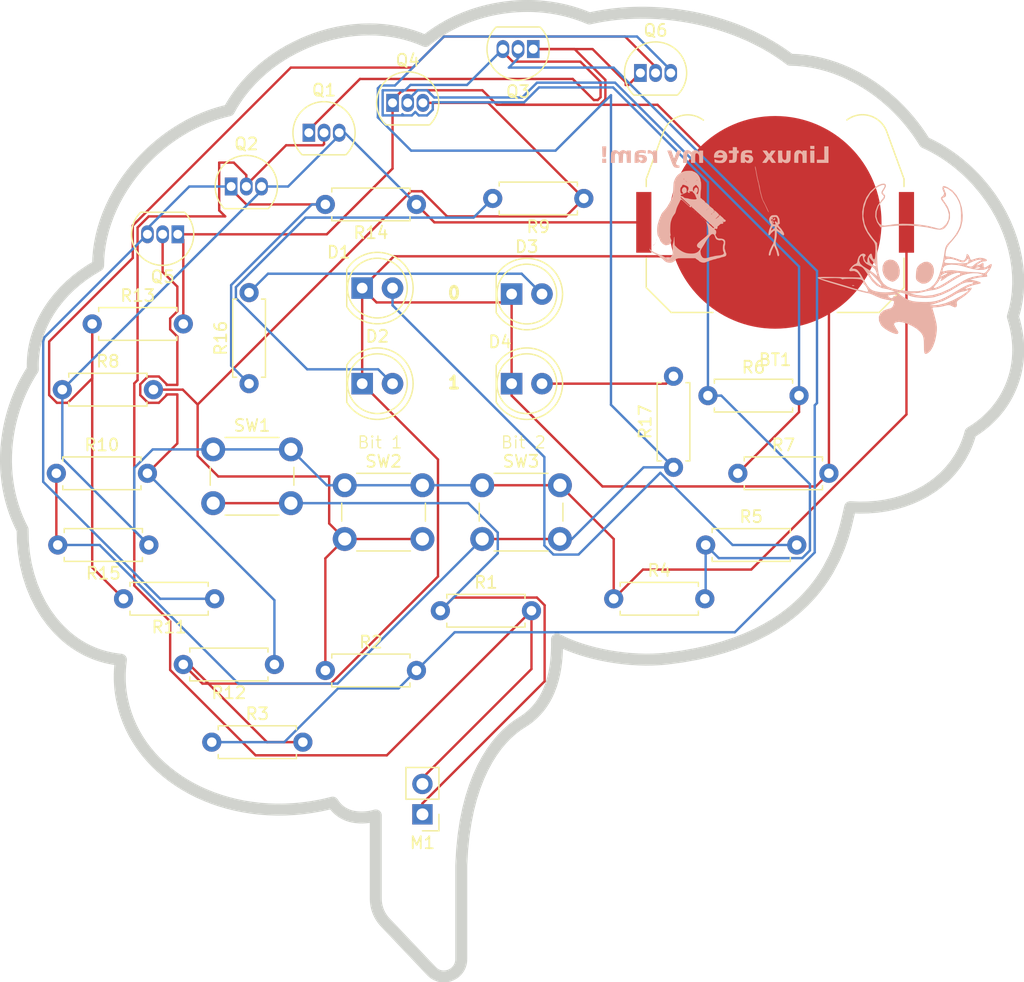
<source format=kicad_pcb>
(kicad_pcb (version 20241229) (generator "pcbnew") (generator_version "9.0")
  (title_block (title "2 Bit Memory") (date "2025-05-26") (comment 1 "Took way too long to wire"))
  (layers (0 "F.Cu" signal) (2 "B.Cu" signal) (13 "F.Paste" user) (15 "B.Paste" user) (5 "F.SilkS" user "F.Silkscreen") (7 "B.SilkS" user "B.Silkscreen") (1 "F.Mask" user) (3 "B.Mask" user) (25 "Edge.Cuts" user))
  (net 0 "")
  (net 1 "GND")
  (net 2 "VCC")
  (net 3 "Net-(D1-A)")
  (net 4 "Net-(D2-A)")
  (net 5 "Net-(D3-A)")
  (net 6 "Net-(D4-A)")
  (net 7 "Net-(M1-+)")
  (net 8 "Net-(M1--)")
  (net 9 "NOR-reset1")
  (net 10 "NOR-reset2")
  (net 11 "Net-(Q3-B)")
  (net 12 "sr1nor1")
  (net 13 "Net-(Q4-B)")
  (net 14 "Net-(Q5-B)")
  (net 15 "sr2nor1")
  (net 16 "Net-(Q6-B)")
  (footprint "Package_TO_SOT_THT:TO-92_Inline" (layer "F.Cu") (at 132.5 63.5)
    (property "Reference" "Q4")
    (property "Value" "2N3904")
  )
  (footprint "Package_TO_SOT_THT:TO-92_Inline" (layer "F.Cu") (at 125.5 66)
    (property "Reference" "Q1")
    (property "Value" "2N3904")
  )
  (footprint "Resistor_THT:R_Axial_DIN0207_L6.3mm_D2.5mm_P7.62mm_Horizontal" (layer "F.Cu") (at 104.88 87.5)
    (property "Reference" "R8")
    (property "Value" "R")
  )
  (footprint "Button_Switch_THT:SW_PUSH_6mm" (layer "F.Cu") (at 117.5 92.5)
    (property "Reference" "SW1")
    (property "Value" "SW_Push")
  )
  (footprint "Resistor_THT:R_Axial_DIN0207_L6.3mm_D2.5mm_P7.62mm_Horizontal" (layer "F.Cu") (at 104.38 94.5)
    (property "Reference" "R10")
    (property "Value" "R")
  )
  (footprint "Connector_PinHeader_2.54mm:PinHeader_1x02_P2.54mm_Vertical" (layer "F.Cu") (at 135 123.04 180)
    (property "Reference" "M1")
    (property "Value" "Motor_DC")
  )
  (footprint "Package_TO_SOT_THT:TO-92_Inline" (layer "F.Cu") (at 114.54 74.5 180)
    (property "Reference" "Q5")
    (property "Value" "2N3904")
  )
  (footprint "LED_THT:LED_D5.0mm" (layer "F.Cu") (at 142.46 79.5)
    (property "Reference" "D3")
    (property "Value" "LED")
  )
  (footprint "Package_TO_SOT_THT:TO-92_Inline" (layer "F.Cu") (at 153.23 61)
    (property "Reference" "Q6")
    (property "Value" "2N3904")
  )
  (footprint "LED_THT:LED_D5.0mm" (layer "F.Cu") (at 142.46 87)
    (property "Reference" "D4")
    (property "Value" "LED")
  )
  (footprint "Resistor_THT:R_Axial_DIN0207_L6.3mm_D2.5mm_P7.62mm_Horizontal" (layer "F.Cu") (at 120.5 87 90)
    (property "Reference" "R16")
    (property "Value" "R")
  )
  (footprint "Resistor_THT:R_Axial_DIN0207_L6.3mm_D2.5mm_P7.62mm_Horizontal" (layer "F.Cu") (at 122.62 110.5 180)
    (property "Reference" "R12")
    (property "Value" "R")
  )
  (footprint "Resistor_THT:R_Axial_DIN0207_L6.3mm_D2.5mm_P7.62mm_Horizontal" (layer "F.Cu") (at 148.5 71.5 180)
    (property "Reference" "R9")
    (property "Value" "R")
  )
  (footprint "Resistor_THT:R_Axial_DIN0207_L6.3mm_D2.5mm_P7.62mm_Horizontal" (layer "F.Cu") (at 107.38 82)
    (property "Reference" "R13")
    (property "Value" "R")
  )
  (footprint "Button_Switch_THT:SW_PUSH_6mm" (layer "F.Cu") (at 140 95.5)
    (property "Reference" "SW3")
    (property "Value" "SW_Push")
  )
  (footprint "Button_Switch_THT:SW_PUSH_6mm" (layer "F.Cu") (at 128.5 95.5)
    (property "Reference" "SW2")
    (property "Value" "SW_Push")
  )
  (footprint "LED_THT:LED_D5.0mm" (layer "F.Cu") (at 129.96 87)
    (property "Reference" "D2")
    (property "Value" "LED")
  )
  (footprint "Resistor_THT:R_Axial_DIN0207_L6.3mm_D2.5mm_P7.62mm_Horizontal" (layer "F.Cu") (at 156 94 90)
    (property "Reference" "R17")
    (property "Value" "R")
  )
  (footprint "Battery:BatteryHolder_Keystone_3034_1x20mm" (layer "F.Cu") (at 164.5 73.5 180)
    (property "Reference" "BT1")
    (property "Value" "Battery_Cell")
  )
  (footprint "Package_TO_SOT_THT:TO-92_Inline" (layer "F.Cu") (at 119 70.5)
    (property "Reference" "Q2")
    (property "Value" "2N3904")
  )
  (footprint "Resistor_THT:R_Axial_DIN0207_L6.3mm_D2.5mm_P7.62mm_Horizontal" (layer "F.Cu") (at 161.38 94.5)
    (property "Reference" "R7")
    (property "Value" "R")
  )
  (footprint "Resistor_THT:R_Axial_DIN0207_L6.3mm_D2.5mm_P7.62mm_Horizontal" (layer "F.Cu") (at 117.38 117)
    (property "Reference" "R3")
    (property "Value" "R")
  )
  (footprint "LED_THT:LED_D5.0mm" (layer "F.Cu") (at 129.96 79)
    (property "Reference" "D1")
    (property "Value" "LED")
  )
  (footprint "Resistor_THT:R_Axial_DIN0207_L6.3mm_D2.5mm_P7.62mm_Horizontal" (layer "F.Cu") (at 136.5 106)
    (property "Reference" "R1")
    (property "Value" "R")
  )
  (footprint "Resistor_THT:R_Axial_DIN0207_L6.3mm_D2.5mm_P7.62mm_Horizontal" (layer "F.Cu") (at 151 105)
    (property "Reference" "R4")
    (property "Value" "R")
  )
  (footprint "Resistor_THT:R_Axial_DIN0207_L6.3mm_D2.5mm_P7.62mm_Horizontal" (layer "F.Cu") (at 117.62 105 180)
    (property "Reference" "R11")
    (property "Value" "R")
  )
  (footprint "Resistor_THT:R_Axial_DIN0207_L6.3mm_D2.5mm_P7.62mm_Horizontal" (layer "F.Cu") (at 112.12 100.5 180)
    (property "Reference" "R15")
    (property "Value" "R")
  )
  (footprint "Resistor_THT:R_Axial_DIN0207_L6.3mm_D2.5mm_P7.62mm_Horizontal" (layer "F.Cu") (at 126.88 111)
    (property "Reference" "R2")
    (property "Value" "R")
  )
  (footprint "Resistor_THT:R_Axial_DIN0207_L6.3mm_D2.5mm_P7.62mm_Horizontal" (layer "F.Cu") (at 134.5 72 180)
    (property "Reference" "R14")
    (property "Value" "R")
  )
  (footprint "Package_TO_SOT_THT:TO-92_Inline" (layer "F.Cu") (at 144.27 59 180)
    (property "Reference" "Q3")
    (property "Value" "2N3904")
  )
  (footprint "Resistor_THT:R_Axial_DIN0207_L6.3mm_D2.5mm_P7.62mm_Horizontal" (layer "F.Cu") (at 158.69 100.5)
    (property "Reference" "R5")
    (property "Value" "R")
  )
  (footprint "Resistor_THT:R_Axial_DIN0207_L6.3mm_D2.5mm_P7.62mm_Horizontal" (layer "F.Cu") (at 158.88 88)
    (property "Reference" "R6")
    (property "Value" "R")
  )
  (footprint "LOGO" (layer "B.Cu") (at 175.5 77 180)
    (property "Reference" "G***" (hide yes))
    (property "Value" "LOGO" (hide yes))
  )
  (footprint "LOGO" (layer "B.Cu") (at 159.5 72 180)
    (property "Reference" "G***" (hide yes))
    (property "Value" "LOGO" (hide yes))
  )
  (gr_poly (pts (xy 144.308705 55.402499) (xy 144.761633 55.427283) (xy 145.209637 55.466681) (xy 145.652357 55.520467) (xy 146.089433 55.588414) (xy 146.520507 55.670296) (xy 146.945219 55.765887) (xy 147.36321 55.874961) (xy 147.77412 55.99729) (xy 148.177591 56.13265) (xy 148.573261 56.280813) (xy 148.960773 56.441554) (xy 149.405891 56.344475) (xy 149.858543 56.257777) (xy 150.318381 56.18162) (xy 150.78506 56.116164) (xy 151.258235 56.061569) (xy 151.737558 56.017993) (xy 152.222684 55.985598) (xy 152.713267 55.964542) (xy 153.20896 55.954986) (xy 153.709419 55.957089) (xy 154.214296 55.971011) (xy 154.723246 55.996911) (xy 155.235922 56.03495) (xy 155.751979 56.085286) (xy 156.271071 56.14808) (xy 156.792851 56.223492) (xy 157.452162 56.336587) (xy 158.100903 56.467676) (xy 158.738516 56.616228) (xy 159.364441 56.781709) (xy 159.978121 56.963587) (xy 160.578996 57.161331) (xy 161.166508 57.374407) (xy 161.740098 57.602283) (xy 162.299207 57.844426) (xy 162.843276 58.100306) (xy 163.371747 58.369388) (xy 163.884062 58.65114) (xy 164.37966 58.945031) (xy 164.857985 59.250528) (xy 165.318476 59.567099) (xy 165.760575 59.89421) (xy 166.382126 59.916519) (xy 167.008785 59.976427) (xy 167.63885 60.073629) (xy 168.270617 60.207817) (xy 168.902383 60.378686) (xy 169.532443 60.58593) (xy 170.159095 60.829243) (xy 170.780634 61.108319) (xy 171.395358 61.422851) (xy 172.001564 61.772533) (xy 172.597546 62.157059) (xy 173.181603 62.576123) (xy 173.75203 63.02942) (xy 174.307124 63.516642) (xy 174.845182 64.037484) (xy 175.3645 64.59164) (xy 175.596131 64.859071) (xy 175.820748 65.129698) (xy 176.038136 65.403305) (xy 176.248077 65.679681) (xy 176.450355 65.958612) (xy 176.644755 66.239886) (xy 176.831061 66.523289) (xy 177.009055 66.808609) (xy 177.31129 66.949467) (xy 177.611411 67.09943) (xy 177.909217 67.258442) (xy 178.204511 67.426452) (xy 178.49709 67.603406) (xy 178.786757 67.789251) (xy 179.073311 67.983933) (xy 179.356551 68.187399) (xy 179.63628 68.399596) (xy 179.912295 68.620472) (xy 180.184399 68.849972) (xy 180.45239 69.088043) (xy 180.71607 69.334632) (xy 180.975238 69.589686) (xy 181.229694 69.853152) (xy 181.47924 70.124976) (xy 182.024275 70.773269) (xy 182.521305 71.441993) (xy 182.970236 72.128365) (xy 183.370974 72.829603) (xy 183.723426 73.542927) (xy 184.027498 74.265554) (xy 184.283097 74.994703) (xy 184.490128 75.727592) (xy 184.648499 76.461438) (xy 184.758116 77.193462) (xy 184.818886 77.92088) (xy 184.830713 78.640912) (xy 184.793507 79.350775) (xy 184.707171 80.047688) (xy 184.571614 80.72887) (xy 184.386741 81.391537) (xy 184.504144 81.787965) (xy 184.604061 82.186415) (xy 184.686251 82.586357) (xy 184.750473 82.987257) (xy 184.796488 83.388583) (xy 184.824056 83.789804) (xy 184.832936 84.190386) (xy 184.822889 84.589799) (xy 184.793674 84.987509) (xy 184.745051 85.382984) (xy 184.67678 85.775692) (xy 184.588622 86.1651) (xy 184.480335 86.550678) (xy 184.351679 86.931891) (xy 184.202416 87.308209) (xy 184.032304 87.679098) (xy 183.894686 87.948152) (xy 183.747722 88.210114) (xy 183.59165 88.464917) (xy 183.426711 88.712494) (xy 183.253144 88.952777) (xy 183.07119 89.185701) (xy 182.881089 89.411198) (xy 182.68308 89.629201) (xy 182.477404 89.839643) (xy 182.264301 90.042457) (xy 182.04401 90.237577) (xy 181.816772 90.424935) (xy 181.582826 90.604464) (xy 181.342412 90.776098) (xy 181.095772 90.939769) (xy 180.843143 91.09541) (xy 180.792905 91.279369) (xy 180.737661 91.463119) (xy 180.67752 91.646446) (xy 180.612587 91.829134) (xy 180.542969 92.010965) (xy 180.468773 92.191724) (xy 180.390105 92.371195) (xy 180.307072 92.549161) (xy 179.975736 93.158839) (xy 179.596794 93.730173) (xy 179.172894 94.262511) (xy 178.706685 94.755199) (xy 178.200815 95.207586) (xy 177.657933 95.619019) (xy 177.080687 95.988848) (xy 176.471726 96.316418) (xy 175.833698 96.601079) (xy 175.169252 96.842178) (xy 174.481036 97.039062) (xy 173.771698 97.19108) (xy 173.043888 97.29758) (xy 172.300252 97.35791) (xy 171.543441 97.371416) (xy 170.776102 97.337448) (xy 170.563956 98.261055) (xy 170.400355 98.943889) (xy 170.172831 99.743234) (xy 169.862205 100.635958) (xy 169.449297 101.598929) (xy 168.914929 102.609017) (xy 168.596204 103.1245) (xy 168.239922 103.643087) (xy 167.843685 104.161888) (xy 167.405096 104.67801) (xy 166.921758 105.188562) (xy 166.391274 105.690653) (xy 165.811245 106.18139) (xy 165.179276 106.657883) (xy 164.492967 107.117241) (xy 163.749923 107.55657) (xy 162.947744 107.972981) (xy 162.084035 108.363582) (xy 161.156398 108.725481) (xy 160.162436 109.055786) (xy 159.09975 109.351606) (xy 157.965944 109.61005) (xy 156.758621 109.828227) (xy 155.475382 110.003244) (xy 154.882704 110.05734) (xy 154.278656 110.087294) (xy 153.66614 110.093879) (xy 153.048057 110.077866) (xy 152.42731 110.040027) (xy 151.8068 109.981134) (xy 151.189429 109.901959) (xy 150.578099 109.803273) (xy 149.975712 109.685848) (xy 149.38517 109.550457) (xy 148.809375 109.39787) (xy 148.251228 109.228861) (xy 147.713631 109.044199) (xy 147.199487 108.844659) (xy 146.711697 108.63101) (xy 146.253162 108.404025) (xy 146.255257 109.022049) (xy 146.246016 109.399165) (xy 146.223918 109.813201) (xy 146.184464 110.257796) (xy 146.123156 110.726587) (xy 146.035495 111.213213) (xy 145.916983 111.711311) (xy 145.763121 112.214521) (xy 145.569411 112.716479) (xy 145.456206 112.965) (xy 145.331353 113.210824) (xy 145.194288 113.453153) (xy 145.04445 113.691194) (xy 144.881275 113.92415) (xy 144.704202 114.151227) (xy 144.512668 114.37163) (xy 144.306111 114.584562) (xy 144.083969 114.789229) (xy 143.845678 114.984836) (xy 143.590678 115.170587) (xy 143.318406 115.345688) (xy 142.897221 115.621911) (xy 142.471124 115.951103) (xy 142.04415 116.335343) (xy 141.620329 116.776706) (xy 141.203696 117.27727) (xy 140.798283 117.83911) (xy 140.408123 118.464303) (xy 140.037247 119.154927) (xy 139.689691 119.913058) (xy 139.369485 120.740772) (xy 139.080663 121.640146) (xy 138.827257 122.613257) (xy 138.6133 123.662182) (xy 138.442826 124.788997) (xy 138.319866 125.995779) (xy 138.248454 127.284604) (xy 138.248454 135.153024) (xy 138.243838 135.273713) (xy 138.230274 135.390343) (xy 138.208181 135.502745) (xy 138.177981 135.610746) (xy 138.140094 135.714175) (xy 138.094941 135.812861) (xy 138.042944 135.906632) (xy 137.984523 135.995318) (xy 137.920099 136.078746) (xy 137.850094 136.156746) (xy 137.774927 136.229146) (xy 137.695021 136.295775) (xy 137.610797 136.35646) (xy 137.522674 136.411032) (xy 137.431074 136.459319) (xy 137.336419 136.501148) (xy 137.239128 136.53635) (xy 137.139623 136.564752) (xy 137.038325 136.586183) (xy 136.935655 136.600472) (xy 136.832034 136.607447) (xy 136.727883 136.606938) (xy 136.623622 136.598772) (xy 136.519674 136.582779) (xy 136.416458 136.558787) (xy 136.314395 136.526624) (xy 136.213907 136.48612) (xy 136.115415 136.437102) (xy 136.019339 136.3794) (xy 135.926101 136.312843) (xy 135.836121 136.237258) (xy 135.749821 136.152475) (xy 131.897385 132.091061) (xy 131.803059 131.986958) (xy 131.714337 131.879209) (xy 131.631284 131.767999) (xy 131.553967 131.653515) (xy 131.482453 131.535944) (xy 131.416809 131.415471) (xy 131.3571 131.292283) (xy 131.303394 131.166566) (xy 131.255758 131.038507) (xy 131.214256 130.908292) (xy 131.178957 130.776107) (xy 131.149927 130.642138) (xy 131.127232 130.506572) (xy 131.110939 130.369595) (xy 131.101115 130.231394) (xy 131.097825 130.092154) (xy 131.097825 123.132327) (xy 130.990905 123.163397) (xy 130.699037 123.229278) (xy 130.497289 123.262465) (xy 130.265556 123.288983) (xy 130.009253 123.303709) (xy 129.733797 123.301519) (xy 129.444606 123.27729) (xy 129.147097 123.225898) (xy 128.996916 123.188414) (xy 128.846686 123.142219) (xy 128.697086 123.086671) (xy 128.548791 123.021129) (xy 128.40248 122.944954) (xy 128.258828 122.857505) (xy 128.118515 122.758142) (xy 127.982215 122.646223) (xy 127.850608 122.521109) (xy 127.724368 122.382159) (xy 127.604175 122.228733) (xy 127.490705 122.06019) (xy 127.230181 122.126615) (xy 126.967093 122.189617) (xy 126.702319 122.249212) (xy 126.436738 122.305417) (xy 125.700577 122.435809) (xy 124.968119 122.534338) (xy 124.240402 122.601558) (xy 123.518466 122.638029) (xy 122.803351 122.644308) (xy 122.096098 122.620951) (xy 121.397745 122.568516) (xy 120.709332 122.487561) (xy 120.0319 122.378643) (xy 119.366488 122.242318) (xy 118.714136 122.079145) (xy 118.075883 121.889681) (xy 117.45277 121.674483) (xy 116.845837 121.434109) (xy 116.256122 121.169115) (xy 115.684667 120.88006) (xy 115.13251 120.5675) (xy 114.600692 120.231993) (xy 114.090252 119.874096) (xy 113.602231 119.494366) (xy 113.137667 119.093361) (xy 112.697601 118.671639) (xy 112.283073 118.229756) (xy 111.895122 117.768269) (xy 111.534788 117.287737) (xy 111.203111 116.788717) (xy 110.901131 116.271765) (xy 110.629887 115.737439) (xy 110.39042 115.186297) (xy 110.183769 114.618896) (xy 110.010974 114.035793) (xy 109.873075 113.437546) (xy 109.832925 113.228006) (xy 109.797619 113.018496) (xy 109.767105 112.809039) (xy 109.741329 112.599664) (xy 109.720238 112.390395) (xy 109.703779 112.18126) (xy 109.691898 111.972284) (xy 109.684542 111.763494) (xy 109.683193 111.346576) (xy 109.699307 110.930715) (xy 109.732456 110.516122) (xy 109.782216 110.103006) (xy 109.673185 110.09198) (xy 109.564153 110.079349) (xy 109.455122 110.065221) (xy 109.346091 110.049704) (xy 109.128028 110.014932) (xy 108.909966 109.975894) (xy 108.495317 109.881726) (xy 108.089738 109.766537) (xy 107.693516 109.630868) (xy 107.306937 109.47526) (xy 106.930286 109.300254) (xy 106.563851 109.106389) (xy 106.207917 108.894208) (xy 105.86277 108.66425) (xy 105.528696 108.417057) (xy 105.205982 108.153168) (xy 104.595778 107.577469) (xy 104.034447 106.941477) (xy 103.524277 106.24952) (xy 103.067558 105.505922) (xy 102.666579 104.715009) (xy 102.323629 103.881106) (xy 102.040998 103.008539) (xy 101.820974 102.101634) (xy 101.665848 101.164716) (xy 101.577908 100.20211) (xy 101.559443 99.218143) (xy 101.33038 98.761051) (xy 101.120497 98.289842) (xy 100.930231 97.805301) (xy 100.760023 97.308212) (xy 100.610311 96.79936) (xy 100.481535 96.27953) (xy 100.374134 95.749506) (xy 100.288548 95.210075) (xy 100.225215 94.66202) (xy 100.184574 94.106126) (xy 100.167065 93.543179) (xy 100.173128 92.973963) (xy 100.203201 92.399263) (xy 100.257723 91.819864) (xy 100.337134 91.23655) (xy 100.441873 90.650107) (xy 100.513826 90.313024) (xy 100.593299 89.979894) (xy 100.680146 89.650837) (xy 100.774219 89.325973) (xy 100.875374 89.00542) (xy 100.983462 88.6893) (xy 101.098338 88.377732) (xy 101.219856 88.070835) (xy 101.347869 87.76873) (xy 101.48223 87.471536) (xy 101.622794 87.179373) (xy 101.769413 86.89236) (xy 101.921942 86.610619) (xy 102.080234 86.334267) (xy 102.244143 86.063426) (xy 102.413521 85.798215) (xy 102.405849 85.470943) (xy 102.41166 85.145161) (xy 102.430758 84.821079) (xy 102.462944 84.498909) (xy 102.50802 84.178861) (xy 102.565788 83.861148) (xy 102.636051 83.545979) (xy 102.71861 83.233568) (xy 102.813267 82.924125) (xy 102.919825 82.617861) (xy 103.038085 82.314987) (xy 103.167849 82.015716) (xy 103.30892 81.720257) (xy 103.461099 81.428823) (xy 103.624189 81.141625) (xy 103.797991 80.858874) (xy 103.982307 80.580781) (xy 104.17694 80.307557) (xy 104.596364 79.776564) (xy 105.054678 79.267586) (xy 105.550299 78.782311) (xy 106.081642 78.322431) (xy 106.647124 77.889636) (xy 107.245161 77.485615) (xy 107.874169 77.112061) (xy 107.889994 76.515845) (xy 107.940717 75.913959) (xy 108.026097 75.307974) (xy 108.145895 74.69946) (xy 108.299873 74.089988) (xy 108.487789 73.481128) (xy 108.709405 72.874451) (xy 108.964481 72.271527) (xy 109.252778 71.673927) (xy 109.574055 71.083221) (xy 109.928074 70.50098) (xy 110.314595 69.928775) (xy 110.733377 69.368175) (xy 111.184183 68.820752) (xy 111.666771 68.288075) (xy 112.180903 67.771716) (xy 112.557949 67.421952) (xy 112.942542 67.088213) (xy 113.334136 66.770551) (xy 113.732184 66.469021) (xy 114.136143 66.183674) (xy 114.545465 65.914566) (xy 114.959605 65.661748) (xy 115.378017 65.425274) (xy 115.800156 65.205197) (xy 116.225476 65.001571) (xy 116.653431 64.814449) (xy 117.083476 64.643883) (xy 117.515064 64.489928) (xy 117.947651 64.352636) (xy 118.38069 64.232061) (xy 118.813636 64.128256) (xy 119.067082 63.680659) (xy 119.3433 63.241313) (xy 119.641852 62.811017) (xy 119.962298 62.390571) (xy 120.304198 61.980772) (xy 120.667114 61.58242) (xy 121.050607 61.196312) (xy 121.454237 60.823247) (xy 121.877565 60.464024) (xy 122.320151 60.119442) (xy 122.781558 59.790298) (xy 123.261344 59.477393) (xy 123.759072 59.181523) (xy 124.274302 58.903488) (xy 124.806595 58.644086) (xy 125.355511 58.404116) (xy 126.004667 58.154144) (xy 126.656432 57.93887) (xy 127.309369 57.757855) (xy 127.962039 57.610659) (xy 128.613005 57.496843) (xy 129.260831 57.415968) (xy 129.904078 57.367594) (xy 130.541309 57.351283) (xy 131.171087 57.366596) (xy 131.791974 57.413093) (xy 132.402533 57.490334) (xy 133.001326 57.597881) (xy 133.586916 57.735295) (xy 134.157866 57.902136) (xy 134.712738 58.097965) (xy 135.250095 58.322343) (xy 135.590333 58.053336) (xy 135.942991 57.79511) (xy 136.307708 57.548011) (xy 136.684125 57.312384) (xy 137.071882 57.088577) (xy 137.47062 56.876934) (xy 137.879979 56.677802) (xy 138.299598 56.491527) (xy 138.729118 56.318455) (xy 139.16818 56.158932) (xy 139.616424 56.013304) (xy 140.073489 55.881917) (xy 140.539017 55.765118) (xy 141.012646 55.663251) (xy 141.494018 55.576664) (xy 141.982774 55.505703) (xy 142.454934 55.454024) (xy 142.923967 55.418091) (xy 143.389513 55.397676) (xy 143.851212 55.392554)) (stroke (width 1)) (fill no) (layer "Edge.Cuts"))
  (gr_text "1" (at 137 87.5 0) (layer "F.SilkS") (effects (font (size 1 1) (thickness 0.25) (bold yes)) (justify left bottom)))
  (gr_text "Bit 1\n" (at 129.5 92.5 0) (layer "F.SilkS") (effects (font (size 1 1) (thickness 0.1)) (justify left bottom)))
  (gr_text "Bit 2\n" (at 141.5 92.5 0) (layer "F.SilkS") (effects (font (size 1 1) (thickness 0.1)) (justify left bottom)))
  (gr_text "0" (at 137 80 0) (layer "F.SilkS") (effects (font (size 1 1) (thickness 0.25) (bold yes)) (justify left bottom)))
  (segment (start 140.0161 62.449) (end 141.2291 63.662) (width 0.2) (layer "F.Cu") (net 1))
  (segment (start 127.33605 112.101) (end 136.301 103.13605) (width 0.2) (layer "F.Cu") (net 1))
  (segment (start 141.759 80.201) (end 142.46 79.5) (width 0.2) (layer "F.Cu") (net 1))
  (segment (start 115 110.5) (end 116.601 112.101) (width 0.2) (layer "F.Cu") (net 1))
  (segment (start 147.7242 59) (end 150.302 61.5778) (width 0.2) (layer "F.Cu") (net 1))
  (segment (start 142.46 88) (end 150.061 95.601) (width 0.2) (layer "F.Cu") (net 1))
  (segment (start 132.5 63.275) (end 133.326 62.449) (width 0.2) (layer "F.Cu") (net 1))
  (segment (start 152 62) (end 152.23 62) (width 0.2) (layer "F.Cu") (net 1))
  (segment (start 115 82) (end 115 74.96) (width 0.2) (layer "F.Cu") (net 1))
  (segment (start 169 94.5) (end 169 78) (width 0.2) (layer "F.Cu") (net 1))
  (segment (start 116.601 112.101) (end 127.33605 112.101) (width 0.2) (layer "F.Cu") (net 1))
  (segment (start 152.23 62) (end 153.05645 61.17355) (width 0.2) (layer "F.Cu") (net 1))
  (segment (start 115.5 110.5) (end 122 117) (width 0.2) (layer "F.Cu") (net 1))
  (segment (start 150.061 95.601) (end 167.899 95.601) (width 0.2) (layer "F.Cu") (net 1))
  (segment (start 142.46 87) (end 142.46 88) (width 0.2) (layer "F.Cu") (net 1))
  (segment (start 154.662 63.662) (end 164.5 73.5) (width 0.2) (layer "F.Cu") (net 1))
  (segment (start 114.54 81.54) (end 115 82) (width 0.2) (layer "F.Cu") (net 1))
  (segment (start 132.619 76.341) (end 161.659 76.341) (width 0.2) (layer "F.Cu") (net 1))
  (segment (start 133.326 62.449) (end 140.0161 62.449) (width 0.2) (layer "F.Cu") (net 1))
  (segment (start 149.8322 63.662) (end 141.662 63.662) (width 0.2) (layer "F.Cu") (net 1))
  (segment (start 164.5 73.5) (end 158.645 73.5) (width 0.2) (layer "F.Cu") (net 1))
  (segment (start 115 74.96) (end 114.54 74.5) (width 0.2) (layer "F.Cu") (net 1))
  (segment (start 167.899 95.601) (end 169 94.5) (width 0.2) (layer "F.Cu") (net 1))
  (segment (start 122 117) (end 125 117) (width 0.2) (layer "F.Cu") (net 1))
  (segment (start 136.301 103.13605) (end 136.301 93.341) (width 0.2) (layer "F.Cu") (net 1))
  (segment (start 149.23 59) (end 144.27 59) (width 0.2) (layer "F.Cu") (net 1))
  (segment (start 115 110.5) (end 115.5 110.5) (width 0.2) (layer "F.Cu") (net 1))
  (segment (start 141.2291 63.662) (end 154.662 63.662) (width 0.2) (layer "F.Cu") (net 1))
  (segment (start 142.46 87) (end 142.46 79.5) (width 0.2) (layer "F.Cu") (net 1))
  (segment (start 161.659 76.341) (end 164.5 73.5) (width 0.2) (layer "F.Cu") (net 1))
  (segment (start 136.301 93.341) (end 129.96 87) (width 0.2) (layer "F.Cu") (net 1))
  (segment (start 131.161 80.201) (end 141.759 80.201) (width 0.2) (layer "F.Cu") (net 1))
  (segment (start 150.302 63.1922) (end 149.8322 63.662) (width 0.2) (layer "F.Cu") (net 1))
  (segment (start 129.96 87) (end 129.96 79) (width 0.2) (layer "F.Cu") (net 1))
  (segment (start 129.96 79) (end 131.161 80.201) (width 0.2) (layer "F.Cu") (net 1))
  (segment (start 152 61.77) (end 149.23 59) (width 0.2) (layer "F.Cu") (net 1))
  (segment (start 169 78) (end 164.5 73.5) (width 0.2) (layer "F.Cu") (net 1))
  (segment (start 127 74.5) (end 114.54 74.5) (width 0.2) (layer "F.Cu") (net 1))
  (segment (start 132.5 63.5) (end 132.5 63.275) (width 0.2) (layer "F.Cu") (net 1))
  (segment (start 152 62) (end 152 61.77) (width 0.2) (layer "F.Cu") (net 1))
  (segment (start 132.5 63.5) (end 132.5 69) (width 0.2) (layer "F.Cu") (net 1))
  (segment (start 132.5 69) (end 127 74.5) (width 0.2) (layer "F.Cu") (net 1))
  (segment (start 129.96 79) (end 132.619 76.341) (width 0.2) (layer "F.Cu") (net 1))
  (segment (start 144.27 59) (end 147.7242 59) (width 0.2) (layer "F.Cu") (net 1))
  (segment (start 150.302 61.5778) (end 150.302 63.1922) (width 0.2) (layer "F.Cu") (net 1))
  (segment (start 151 105) (end 153.44295 102.55705) (width 0.2) (layer "F.Cu") (net 2))
  (segment (start 175.485 89.57205) (end 175.485 73.5) (width 0.2) (layer "F.Cu") (net 2))
  (segment (start 151 105) (end 151 100) (width 0.2) (layer "F.Cu") (net 2))
  (segment (start 151 100) (end 146.5 95.5) (width 0.2) (layer "F.Cu") (net 2))
  (segment (start 146.5 95.5) (end 140 95.5) (width 0.2) (layer "F.Cu") (net 2))
  (segment (start 153.515 73.5) (end 136 73.5) (width 0.2) (layer "F.Cu") (net 2))
  (segment (start 136 73.5) (end 134.5 72) (width 0.2) (layer "F.Cu") (net 2))
  (segment (start 153.44295 102.55705) (end 162.5 102.55705) (width 0.2) (layer "F.Cu") (net 2))
  (segment (start 162.5 102.55705) (end 175.485 89.57205) (width 0.2) (layer "F.Cu") (net 2))
  (segment (start 124 92.5) (end 127 95.5) (width 0.2) (layer "B.Cu") (net 2))
  (segment (start 104.88 93.26) (end 112.12 100.5) (width 0.2) (layer "B.Cu") (net 2))
  (segment (start 112.12 100.5) (end 110.899 99.279) (width 0.2) (layer "B.Cu") (net 2))
  (segment (start 128.04 66) (end 128.04 66.225) (width 0.2) (layer "B.Cu") (net 2))
  (segment (start 127 95.5) (end 128.5 95.5) (width 0.2) (layer "B.Cu") (net 2))
  (segment (start 104.88 87.5) (end 104.88 93.26) (width 0.2) (layer "B.Cu") (net 2))
  (segment (start 128.04 66) (end 128.5 66) (width 0.2) (layer "B.Cu") (net 2))
  (segment (start 128.5 66) (end 134.5 72) (width 0.2) (layer "B.Cu") (net 2))
  (segment (start 110.899 94.04395) (end 112.44295 92.5) (width 0.2) (layer "B.Cu") (net 2))
  (segment (start 128.5 95.5) (end 135 95.5) (width 0.2) (layer "B.Cu") (net 2))
  (segment (start 121.54 70.5) (end 121.54 70.84) (width 0.2) (layer "B.Cu") (net 2))
  (segment (start 110.899 99.279) (end 110.899 94.04395) (width 0.2) (layer "B.Cu") (net 2))
  (segment (start 117.5 92.5) (end 124 92.5) (width 0.2) (layer "B.Cu") (net 2))
  (segment (start 123.765 70.5) (end 121.54 70.5) (width 0.2) (layer "B.Cu") (net 2))
  (segment (start 135 95.5) (end 140 95.5) (width 0.2) (layer "B.Cu") (net 2))
  (segment (start 121.54 70.84) (end 104.88 87.5) (width 0.2) (layer "B.Cu") (net 2))
  (segment (start 112.44295 92.5) (end 117.5 92.5) (width 0.2) (layer "B.Cu") (net 2))
  (segment (start 128.04 66.225) (end 123.765 70.5) (width 0.2) (layer "B.Cu") (net 2))
  (segment (start 154.899 94.45605) (end 148.05405 101.301) (width 0.2) (layer "B.Cu") (net 3))
  (segment (start 166.31 100.5) (end 160.94295 100.5) (width 0.2) (layer "B.Cu") (net 3))
  (segment (start 145.199 100.538892) (end 145.199 93.141) (width 0.2) (layer "B.Cu") (net 3))
  (segment (start 145.199 93.141) (end 132.5 80.442) (width 0.2) (layer "B.Cu") (net 3))
  (segment (start 132.5 80.442) (end 132.5 79) (width 0.2) (layer "B.Cu") (net 3))
  (segment (start 160.94295 100.5) (end 154.899 94.45605) (width 0.2) (layer "B.Cu") (net 3))
  (segment (start 148.05405 101.301) (end 145.961108 101.301) (width 0.2) (layer "B.Cu") (net 3))
  (segment (start 145.961108 101.301) (end 145.199 100.538892) (width 0.2) (layer "B.Cu") (net 3))
  (segment (start 125.22195 73.101) (end 119.399 78.92395) (width 0.2) (layer "B.Cu") (net 4))
  (segment (start 131.299 85.799) (end 132.5 87) (width 0.2) (layer "B.Cu") (net 4))
  (segment (start 119.399 79.83605) (end 125.36195 85.799) (width 0.2) (layer "B.Cu") (net 4))
  (segment (start 140.88 71.5) (end 139.279 73.101) (width 0.2) (layer "B.Cu") (net 4))
  (segment (start 139.279 73.101) (end 125.22195 73.101) (width 0.2) (layer "B.Cu") (net 4))
  (segment (start 125.36195 85.799) (end 131.299 85.799) (width 0.2) (layer "B.Cu") (net 4))
  (segment (start 119.399 78.92395) (end 119.399 79.83605) (width 0.2) (layer "B.Cu") (net 4))
  (segment (start 122.081 77.799) (end 120.5 79.38) (width 0.2) (layer "B.Cu") (net 5))
  (segment (start 143.299 77.799) (end 122.081 77.799) (width 0.2) (layer "B.Cu") (net 5))
  (segment (start 145 79.5) (end 143.299 77.799) (width 0.2) (layer "B.Cu") (net 5))
  (segment (start 155.38 87) (end 156 86.38) (width 0.2) (layer "F.Cu") (net 6))
  (segment (start 145 87) (end 155.38 87) (width 0.2) (layer "F.Cu") (net 6))
  (segment (start 144.57605 104.899) (end 137.601 104.899) (width 0.2) (layer "F.Cu") (net 7))
  (segment (start 145.221 105.54395) (end 144.57605 104.899) (width 0.2) (layer "F.Cu") (net 7))
  (segment (start 137.601 104.899) (end 136.5 106) (width 0.2) (layer "F.Cu") (net 7))
  (segment (start 145.221 111.90676) (end 145.221 105.54395) (width 0.2) (layer "F.Cu") (net 7))
  (segment (start 124 97) (end 117.5 97) (width 0.2) (layer "F.Cu") (net 7))
  (segment (start 135 123.04) (end 135 122.12776) (width 0.2) (layer "F.Cu") (net 7))
  (segment (start 135 122.12776) (end 145.221 111.90676) (width 0.2) (layer "F.Cu") (net 7))
  (segment (start 138.839892 97) (end 124 97) (width 0.2) (layer "B.Cu") (net 7))
  (segment (start 136.5 106) (end 141.301 101.199) (width 0.2) (layer "B.Cu") (net 7))
  (segment (start 141.301 99.461108) (end 138.839892 97) (width 0.2) (layer "B.Cu") (net 7))
  (segment (start 141.301 101.199) (end 141.301 99.461108) (width 0.2) (layer "B.Cu") (net 7))
  (segment (start 121.04395 118.101) (end 132.019 118.101) (width 0.2) (layer "F.Cu") (net 8))
  (segment (start 120.27 70.5) (end 120.27 70.37686) (width 0.2) (layer "F.Cu") (net 8))
  (segment (start 113.899 110.95605) (end 121.04395 118.101) (width 0.2) (layer "F.Cu") (net 8))
  (segment (start 111.174 73.93286) (end 111.174 86.70185) (width 0.2) (layer "F.Cu") (net 8))
  (segment (start 132.019 118.101) (end 144.12 106) (width 0.2) (layer "F.Cu") (net 8))
  (segment (start 123.59586 67.051) (end 126.669 67.051) (width 0.2) (layer "F.Cu") (net 8))
  (segment (start 144.12 110.88) (end 144.12 106) (width 0.2) (layer "F.Cu") (net 8))
  (segment (start 118.5 73) (end 112.10686 73) (width 0.2) (layer "F.Cu") (net 8))
  (segment (start 118 68.5) (end 119.22 68.5) (width 0.2) (layer "F.Cu") (net 8))
  (segment (start 118.5 73) (end 118 72.5) (width 0.2) (layer "F.Cu") (net 8))
  (segment (start 135 120.5) (end 135 120) (width 0.2) (layer "F.Cu") (net 8))
  (segment (start 113.899 106.899) (end 113.899 110.95605) (width 0.2) (layer "F.Cu") (net 8))
  (segment (start 112.10686 73) (end 111.174 73.93286) (width 0.2) (layer "F.Cu") (net 8))
  (segment (start 110.899 103.899) (end 113.899 106.899) (width 0.2) (layer "F.Cu") (net 8))
  (segment (start 118 72.5) (end 118 68.5) (width 0.2) (layer "F.Cu") (net 8))
  (segment (start 120.27 69.55) (end 120.27 70.5) (width 0.2) (layer "F.Cu") (net 8))
  (segment (start 120.27 70.37686) (end 123.59586 67.051) (width 0.2) (layer "F.Cu") (net 8))
  (segment (start 126.669 67.051) (end 126.77 66.95) (width 0.2) (layer "F.Cu") (net 8))
  (segment (start 110.899 86.97685) (end 110.899 103.899) (width 0.2) (layer "F.Cu") (net 8))
  (segment (start 126.77 66.95) (end 126.77 66) (width 0.2) (layer "F.Cu") (net 8))
  (segment (start 135 120) (end 144.12 110.88) (width 0.2) (layer "F.Cu") (net 8))
  (segment (start 111.174 86.70185) (end 110.899 86.97685) (width 0.2) (layer "F.Cu") (net 8))
  (segment (start 119.22 68.5) (end 120.27 69.55) (width 0.2) (layer "F.Cu") (net 8))
  (segment (start 129.775 61.5) (end 147.5729 61.5) (width 0.2) (layer "F.Cu") (net 9))
  (segment (start 125.5 65.775) (end 129.775 61.5) (width 0.2) (layer "F.Cu") (net 9))
  (segment (start 149.901 61.7439) (end 148.2081 60.051) (width 0.2) (layer "F.Cu") (net 9))
  (segment (start 149.901 63.0261) (end 149.901 61.7439) (width 0.2) (layer "F.Cu") (net 9))
  (segment (start 142.551 60.051) (end 141.73 59.23) (width 0.2) (layer "F.Cu") (net 9))
  (segment (start 149.3339 63.261) (end 149.6661 63.261) (width 0.2) (layer "F.Cu") (net 9))
  (segment (start 147.5729 61.5) (end 149.3339 63.261) (width 0.2) (layer "F.Cu") (net 9))
  (segment (start 149.6661 63.261) (end 149.901 63.0261) (width 0.2) (layer "F.Cu") (net 9))
  (segment (start 141.73 59.23) (end 141.73 59) (width 0.2) (layer "F.Cu") (net 9))
  (segment (start 125.5 66) (end 125.5 65.775) (width 0.2) (layer "F.Cu") (net 9))
  (segment (start 148.2081 60.051) (end 142.551 60.051) (width 0.2) (layer "F.Cu") (net 9))
  (segment (start 134.69786 64.551) (end 134.405 64.25814) (width 0.2) (layer "B.Cu") (net 9))
  (segment (start 144.75024 62.21) (end 143.50824 63.452) (width 0.2) (layer "B.Cu") (net 9))
  (segment (start 134 62) (end 138.73 62) (width 0.2) (layer "B.Cu") (net 9))
  (segment (start 158.69 104.93) (end 158.62 105) (width 0.2) (layer "B.Cu") (net 9))
  (segment (start 167.411 95.411) (end 160 88) (width 0.2) (layer "B.Cu") (net 9))
  (segment (start 158.88 70.14396) (end 150.94604 62.21) (width 0.2) (layer "B.Cu") (net 9))
  (segment (start 150.94604 62.21) (end 144.75024 62.21) (width 0.2) (layer "B.Cu") (net 9))
  (segment (start 134.405 64.25814) (end 134.11214 64.551) (width 0.2) (layer "B.Cu") (net 9))
  (segment (start 133.326 64.44914) (end 133.326 64.551) (width 0.2) (layer "B.Cu") (net 9))
  (segment (start 131.674 64.551) (end 131.674 62.449) (width 0.2) (layer "B.Cu") (net 9))
  (segment (start 143.50824 63.452) (end 135.866 63.452) (width 0.2) (layer "B.Cu") (net 9))
  (segment (start 133.42786 62.449) (end 133.551 62.449) (width 0.2) (layer "B.Cu") (net 9))
  (segment (start 133.42786 64.551) (end 133.326 64.44914) (width 0.2) (layer "B.Cu") (net 9))
  (segment (start 135.866 63.452) (end 135.866 64.06714) (width 0.2) (layer "B.Cu") (net 9))
  (segment (start 135.866 64.06714) (end 135.38214 64.551) (width 0.2) (layer "B.Cu") (net 9))
  (segment (start 133.551 62.449) (end 134 62) (width 0.2) (layer "B.Cu") (net 9))
  (segment (start 125.5 65.775) (end 125.5 66) (width 0.2) (layer "B.Cu") (net 9))
  (segment (start 158.69 100.5) (end 158.69 104.93) (width 0.2) (layer "B.Cu") (net 9))
  (segment (start 167.411 100.95605) (end 167.411 95.411) (width 0.2) (layer "B.Cu") (net 9))
  (segment (start 133.326 62.449) (end 133.326 62.55086) (width 0.2) (layer "B.Cu") (net 9))
  (segment (start 166.76605 101.601) (end 167.411 100.95605) (width 0.2) (layer "B.Cu") (net 9))
  (segment (start 135.38214 64.551) (end 134.69786 64.551) (width 0.2) (layer "B.Cu") (net 9))
  (segment (start 133.326 64.551) (end 131.674 64.551) (width 0.2) (layer "B.Cu") (net 9))
  (segment (start 131.674 62.449) (end 133.326 62.449) (width 0.2) (layer "B.Cu") (net 9))
  (segment (start 160 88) (end 158.88 88) (width 0.2) (layer "B.Cu") (net 9))
  (segment (start 158.69 100.5) (end 159.791 101.601) (width 0.2) (layer "B.Cu") (net 9))
  (segment (start 133.326 62.55086) (end 133.42786 62.449) (width 0.2) (layer "B.Cu") (net 9))
  (segment (start 158.88 88) (end 158.88 70.14396) (width 0.2) (layer "B.Cu") (net 9))
  (segment (start 134.11214 64.551) (end 133.42786 64.551) (width 0.2) (layer "B.Cu") (net 9))
  (segment (start 138.73 62) (end 141.73 59) (width 0.2) (layer "B.Cu") (net 9))
  (segment (start 159.791 101.601) (end 166.76605 101.601) (width 0.2) (layer "B.Cu") (net 9))
  (segment (start 119 70.5) (end 119 70.725) (width 0.2) (layer "F.Cu") (net 10))
  (segment (start 119 70.725) (end 120.275 72) (width 0.2) (layer "F.Cu") (net 10))
  (segment (start 120.275 72) (end 126.88 72) (width 0.2) (layer "F.Cu") (net 10))
  (segment (start 112 74.5) (end 112 74) (width 0.2) (layer "B.Cu") (net 10))
  (segment (start 103.279 83.465311) (end 103.296703 83.398321) (width 0.2) (layer "B.Cu") (net 10))
  (segment (start 103.279 95.2119) (end 103.279 83.465311) (width 0.2) (layer "B.Cu") (net 10))
  (segment (start 115.5 70.5) (end 119 70.5) (width 0.2) (layer "B.Cu") (net 10))
  (segment (start 103.296703 83.398321) (end 103.38265 83.11735) (width 0.2) (layer "B.Cu") (net 10))
  (segment (start 112 74) (end 115.5 70.5) (width 0.2) (layer "B.Cu") (net 10))
  (segment (start 126.88 72) (end 125.74863 72) (width 0.2) (layer "B.Cu") (net 10))
  (segment (start 103.38265 83.11735) (end 112 74.5) (width 0.2) (layer "B.Cu") (net 10))
  (segment (start 113.0671 105) (end 103.279 95.2119) (width 0.2) (layer "B.Cu") (net 10))
  (segment (start 118.998 78.75063) (end 118.998 85.498) (width 0.2) (layer "B.Cu") (net 10))
  (segment (start 117.62 105) (end 113.0671 105) (width 0.2) (layer "B.Cu") (net 10))
  (segment (start 125.74863 72) (end 118.998 78.75063) (width 0.2) (layer "B.Cu") (net 10))
  (segment (start 118.998 85.498) (end 120.5 87) (width 0.2) (layer "B.Cu") (net 10))
  (segment (start 150.98534 60.548) (end 142.232 60.548) (width 0.2) (layer "B.Cu") (net 11))
  (segment (start 161.131966 107.802184) (end 167.812 101.12215) (width 0.2) (layer "B.Cu") (net 11))
  (segment (start 167.812 88.81215) (end 168.002 88.62215) (width 0.2) (layer "B.Cu") (net 11))
  (segment (start 127.94295 112.5) (end 133 112.5) (width 0.2) (layer "B.Cu") (net 11))
  (segment (start 167.812 101.12215) (end 167.812 88.81215) (width 0.2) (layer "B.Cu") (net 11))
  (segment (start 134.5 111) (end 137.697816 107.802184) (width 0.2) (layer "B.Cu") (net 11))
  (segment (start 168.002 88.62215) (end 168.002 77.56466) (width 0.2) (layer "B.Cu") (net 11))
  (segment (start 133 112.5) (end 134.5 111) (width 0.2) (layer "B.Cu") (net 11))
  (segment (start 168.002 77.56466) (end 150.98534 60.548) (width 0.2) (layer "B.Cu") (net 11))
  (segment (start 143 59.78) (end 142.232 60.548) (width 0.2) (layer "B.Cu") (net 11))
  (segment (start 143 59) (end 143 59.78) (width 0.2) (layer "B.Cu") (net 11))
  (segment (start 117.38 117) (end 123.44295 117) (width 0.2) (layer "B.Cu") (net 11))
  (segment (start 123.44295 117) (end 127.94295 112.5) (width 0.2) (layer "B.Cu") (net 11))
  (segment (start 137.697816 107.802184) (end 161.131966 107.802184) (width 0.2) (layer "B.Cu") (net 11))
  (segment (start 127.199 94.7661) (end 117.926208 94.7661) (width 0.2) (layer "F.Cu") (net 12))
  (segment (start 116.199 93.038892) (end 116.199 88.74395) (width 0.2) (layer "F.Cu") (net 12))
  (segment (start 135.04 63.5) (end 140.5 63.5) (width 0.2) (layer "F.Cu") (net 12))
  (segment (start 134.95605 70.899) (end 137.05705 73) (width 0.2) (layer "F.Cu") (net 12))
  (segment (start 114.95505 87.5) (end 116.199 88.74395) (width 0.2) (layer "F.Cu") (net 12))
  (segment (start 116.199 88.74395) (end 134.04395 70.899) (width 0.2) (layer "F.Cu") (net 12))
  (segment (start 126.88 101.62) (end 126.88 111) (width 0.2) (layer "F.Cu") (net 12))
  (segment (start 140.5 63.5) (end 148.5 71.5) (width 0.2) (layer "F.Cu") (net 12))
  (segment (start 117.926208 94.7661) (end 116.199 93.038892) (width 0.2) (layer "F.Cu") (net 12))
  (segment (start 128.5 100) (end 127.199 98.699) (width 0.2) (layer "F.Cu") (net 12))
  (segment (start 147 73) (end 148.5 71.5) (width 0.2) (layer "F.Cu") (net 12))
  (segment (start 137.05705 73) (end 147 73) (width 0.2) (layer "F.Cu") (net 12))
  (segment (start 135 100) (end 128.5 100) (width 0.2) (layer "F.Cu") (net 12))
  (segment (start 127.199 98.699) (end 127.199 94.7661) (width 0.2) (layer "F.Cu") (net 12))
  (segment (start 112.5 87.5) (end 114.95505 87.5) (width 0.2) (layer "F.Cu") (net 12))
  (segment (start 134.04395 70.899) (end 134.95605 70.899) (width 0.2) (layer "F.Cu") (net 12))
  (segment (start 128.5 100) (end 126.88 101.62) (width 0.2) (layer "F.Cu") (net 12))
  (segment (start 166.5 88) (end 166.5 89.38) (width 0.2) (layer "F.Cu") (net 13))
  (segment (start 166.5 89.38) (end 161.38 94.5) (width 0.2) (layer "F.Cu") (net 13))
  (segment (start 144.58414 61.809) (end 143.34214 63.051) (width 0.2) (layer "B.Cu") (net 13))
  (segment (start 166.5 77.19686) (end 151.11214 61.809) (width 0.2) (layer "B.Cu") (net 13))
  (segment (start 143.34214 63.051) (end 135.98414 63.051) (width 0.2) (layer "B.Cu") (net 13))
  (segment (start 135.38214 62.449) (end 134.596 62.449) (width 0.2) (layer "B.Cu") (net 13))
  (segment (start 166.5 88) (end 166.5 77.19686) (width 0.2) (layer "B.Cu") (net 13))
  (segment (start 134.596 62.449) (end 133.77 63.275) (width 0.2) (layer "B.Cu") (net 13))
  (segment (start 135.98414 63.051) (end 135.38214 62.449) (width 0.2) (layer "B.Cu") (net 13))
  (segment (start 151.11214 61.809) (end 144.58414 61.809) (width 0.2) (layer "B.Cu") (net 13))
  (segment (start 133.77 63.275) (end 133.77 63.5) (width 0.2) (layer "B.Cu") (net 13))
  (segment (start 114.5 92) (end 114.5 87.901) (width 0.2) (layer "F.Cu") (net 14))
  (segment (start 114.5 83.05705) (end 113.899 82.45605) (width 0.2) (layer "F.Cu") (net 14))
  (segment (start 113.601 87.04395) (end 113.601 87.099) (width 0.2) (layer "F.Cu") (net 14))
  (segment (start 112.04395 86.399) (end 112.95605 86.399) (width 0.2) (layer "F.Cu") (net 14))
  (segment (start 114.5 78.877) (end 113.27 77.647) (width 0.2) (layer "F.Cu") (net 14))
  (segment (start 112.95605 86.399) (end 113.601 87.04395) (width 0.2) (layer "F.Cu") (net 14))
  (segment (start 114.5 87.099) (end 114.5 83.05705) (width 0.2) (layer "F.Cu") (net 14))
  (segment (start 113.601 87.099) (end 114.5 87.099) (width 0.2) (layer "F.Cu") (net 14))
  (segment (start 113.899 81.54395) (end 114.5 80.94295) (width 0.2) (layer "F.Cu") (net 14))
  (segment (start 111.399 87.95605) (end 111.399 87.04395) (width 0.2) (layer "F.Cu") (net 14))
  (segment (start 114.5 80.94295) (end 114.5 78.877) (width 0.2) (layer "F.Cu") (net 14))
  (segment (start 111.399 87.04395) (end 112.04395 86.399) (width 0.2) (layer "F.Cu") (net 14))
  (segment (start 113.899 82.45605) (end 113.899 81.54395) (width 0.2) (layer "F.Cu") (net 14))
  (segment (start 113.27 77.647) (end 113.27 74.5) (width 0.2) (layer "F.Cu") (net 14))
  (segment (start 114.5 87.901) (end 113.601 87.901) (width 0.2) (layer "F.Cu") (net 14))
  (segment (start 112.04395 88.601) (end 111.399 87.95605) (width 0.2) (layer "F.Cu") (net 14))
  (segment (start 112.95605 88.601) (end 112.04395 88.601) (width 0.2) (layer "F.Cu") (net 14))
  (segment (start 112 94.5) (end 114.5 92) (width 0.2) (layer "F.Cu") (net 14))
  (segment (start 113.601 87.901) (end 113.601 87.95605) (width 0.2) (layer "F.Cu") (net 14))
  (segment (start 113.601 87.95605) (end 112.95605 88.601) (width 0.2) (layer "F.Cu") (net 14))
  (segment (start 122.62 105.12) (end 112 94.5) (width 0.2) (layer "B.Cu") (net 14))
  (segment (start 122.62 110.5) (end 122.62 105.12) (width 0.2) (layer "B.Cu") (net 14))
  (segment (start 104.5 100.5) (end 104.5 100) (width 0.2) (layer "F.Cu") (net 15))
  (segment (start 104.38 99.88) (end 104.38 94.5) (width 0.2) (layer "F.Cu") (net 15))
  (segment (start 104.5 100) (end 104.38 99.88) (width 0.2) (layer "F.Cu") (net 15))
  (segment (start 140 100) (end 146.5 100) (width 0.2) (layer "F.Cu") (net 15))
  (segment (start 104.5 100.5) (end 108 100.5) (width 0.2) (layer "B.Cu") (net 15))
  (segment (start 132.70082 62.048) (end 131.5079 62.048) (width 0.2) (layer "B.Cu") (net 15))
  (segment (start 131.273 64.7171) (end 134.0559 67.5) (width 0.2) (layer "B.Cu") (net 15))
  (segment (start 155.77 61) (end 155.77 60.77) (width 0.2) (layer "B.Cu") (net 15))
  (segment (start 152.949 57.949) (end 136.79982 57.949) (width 0.2) (layer "B.Cu") (net 15))
  (segment (start 136.79982 57.949) (end 132.70082 62.048) (width 0.2) (layer "B.Cu") (net 15))
  (segment (start 150.77 88.77) (end 150.77 62.86) (width 0.2) (layer "B.Cu") (net 15))
  (segment (start 146.13 67.5) (end 150.77 62.86) (width 0.2) (layer "B.Cu") (net 15))
  (segment (start 134.0559 67.5) (end 146.13 67.5) (width 0.2) (layer "B.Cu") (net 15))
  (segment (start 156 94) (end 150.77 88.77) (width 0.2) (layer "B.Cu") (net 15))
  (segment (start 155.77 60.77) (end 152.949 57.949) (width 0.2) (layer "B.Cu") (net 15))
  (segment (start 108 100.5) (end 119.601 112.101) (width 0.2) (layer "B.Cu") (net 15))
  (segment (start 131.5079 62.048) (end 131.273 62.2829) (width 0.2) (layer "B.Cu") (net 15))
  (segment (start 131.273 62.2829) (end 131.273 64.7171) (width 0.2) (layer "B.Cu") (net 15))
  (segment (start 119.601 112.101) (end 127.899 112.101) (width 0.2) (layer "B.Cu") (net 15))
  (segment (start 146.5 100) (end 147.5 100) (width 0.2) (layer "B.Cu") (net 15))
  (segment (start 147.5 100) (end 153.5 94) (width 0.2) (layer "B.Cu") (net 15))
  (segment (start 153.5 94) (end 156 94) (width 0.2) (layer "B.Cu") (net 15))
  (segment (start 127.899 112.101) (end 140 100) (width 0.2) (layer "B.Cu") (net 15))
  (segment (start 105.33605 88.601) (end 107.38 86.55705) (width 0.2) (layer "F.Cu") (net 16))
  (segment (start 103.779 83.47685) (end 103.779 87.95605) (width 0.2) (layer "F.Cu") (net 16))
  (segment (start 136.79982 57.949) (end 134.20082 60.548) (width 0.2) (layer "F.Cu") (net 16))
  (segment (start 107.38 86.55705) (end 107.38 82) (width 0.2) (layer "F.Cu") (net 16))
  (segment (start 107.38 102.38) (end 110 105) (width 0.2) (layer "F.Cu") (net 16))
  (segment (start 154.5 61) (end 154.5 60.5) (width 0.2) (layer "F.Cu") (net 16))
  (segment (start 110.773 76.48285) (end 103.779 83.47685) (width 0.2) (layer "F.Cu") (net 16))
  (segment (start 104.42395 88.601) (end 105.33605 88.601) (width 0.2) (layer "F.Cu") (net 16))
  (segment (start 134.20082 60.548) (end 123.99176 60.548) (width 0.2) (layer "F.Cu") (net 16))
  (segment (start 151.949 57.949) (end 136.79982 57.949) (width 0.2) (layer "F.Cu") (net 16))
  (segment (start 103.779 87.95605) (end 104.42395 88.601) (width 0.2) (layer "F.Cu") (net 16))
  (segment (start 154.5 60.5) (end 151.949 57.949) (width 0.2) (layer "F.Cu") (net 16))
  (segment (start 107.38 82) (end 107.38 102.38) (width 0.2) (layer "F.Cu") (net 16))
  (segment (start 123.99176 60.548) (end 110.773 73.76676) (width 0.2) (layer "F.Cu") (net 16))
  (segment (start 110.773 73.76676) (end 110.773 76.48285) (width 0.2) (layer "F.Cu") (net 16))
)
</source>
